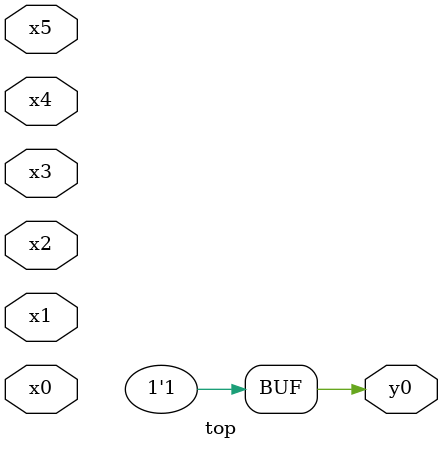
<source format=v>
module top( x0 , x1 , x2 , x3 , x4 , x5 , y0 );
  input x0 , x1 , x2 , x3 , x4 , x5 ;
  output y0 ;
  assign y0 = ~1'b0 ;
endmodule

</source>
